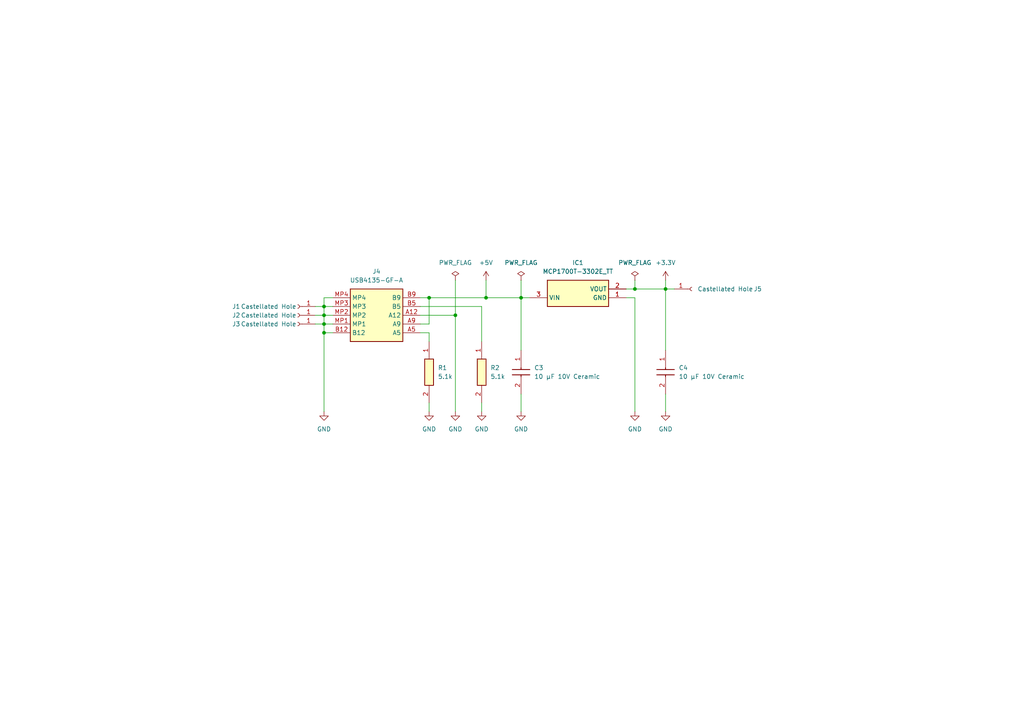
<source format=kicad_sch>
(kicad_sch (version 20230121) (generator eeschema)
  (paper "A4")
  (title_block (title "Egg_LDO_250") (date "2024-01-21") (rev "1.3.3") (company "github.com/plaenkler"))
  (lib_symbols
    (symbol "Connector:Conn_01x01_Socket" (pin_names (offset 1.016) hide)
      (property "Reference" "J" (at 0 2.54 0))
      (property "Value" "Conn_01x01_Socket" (at 0 -2.54 0))
      (symbol "Conn_01x01_Socket_1_1"
        (polyline (pts (xy -1.27 0) (xy -0.508 0)) (stroke (width 0.1524)))
        (arc (start 0 0.508) (mid -0.5058 0) (end 0 -0.508) (stroke (width 0.1524)))
        (pin passive line (at -5.08 0 0) (length 3.81) (name "Pin_1") (number "1"))
      )
    )
    (symbol "SamacSys_Parts:C0603C106M8PAC7411" (pin_names hide)
      (property "Reference" "C" (at 8.89 6.35 0))
      (property "Value" "C0603C106M8PAC7411" (at 8.89 3.81 0))
      (symbol "C0603C106M8PAC7411_1_1"
        (polyline (pts (xy 5.08 0) (xy 5.588 0)) (stroke (width 0.254)))
        (polyline (pts (xy 5.588 2.54) (xy 5.588 -2.54)) (stroke (width 0.254)))
        (polyline (pts (xy 7.112 0) (xy 7.62 0)) (stroke (width 0.254)))
        (polyline (pts (xy 7.112 2.54) (xy 7.112 -2.54)) (stroke (width 0.254)))
        (pin passive line (at 0 0 0) (length 5.08) (name "1") (number "1"))
        (pin passive line (at 12.7 0 180) (length 5.08) (name "2") (number "2"))
      )
    )
    (symbol "SamacSys_Parts:ERJ-UP3J512V" (pin_names hide)
      (property "Reference" "R" (at 13.97 6.35 0))
      (property "Value" "ERJ-UP3J512V" (at 13.97 3.81 0))
      (symbol "ERJ-UP3J512V_1_1"
        (rectangle (start 5.08 1.27) (end 12.7 -1.27) (stroke (width 0.254)) (fill (type background)))
        (pin passive line (at 0 0 0) (length 5.08) (name "1") (number "1"))
        (pin passive line (at 17.78 0 180) (length 5.08) (name "2") (number "2"))
      )
    )
    (symbol "SamacSys_Parts:MCP1700T-3302E_TT"
      (property "Reference" "IC" (at 24.13 7.62 0))
      (property "Value" "MCP1700T-3302E_TT" (at 24.13 5.08 0))
      (symbol "MCP1700T-3302E_TT_1_1"
        (rectangle (start 5.08 2.54) (end 22.86 -5.08) (stroke (width 0.254)) (fill (type background)))
        (pin passive line (at 0 0 0) (length 5.08) (name "GND") (number "1"))
        (pin passive line (at 0 -2.54 0) (length 5.08) (name "VOUT") (number "2"))
        (pin passive line (at 27.94 0 180) (length 5.08) (name "VIN") (number "3"))
      )
    )
    (symbol "SamacSys_Parts:USB4135-GF-A"
      (property "Reference" "J" (at 21.59 7.62 0))
      (property "Value" "USB4135-GF-A" (at 21.59 5.08 0))
      (symbol "USB4135-GF-A_1_1"
        (rectangle (start 5.08 2.54) (end 20.32 -12.7) (stroke (width 0.254)) (fill (type background)))
        (pin passive line (at 0 -5.08 0) (length 5.08) (name "A12") (number "A12"))
        (pin passive line (at 0 0 0) (length 5.08) (name "A5") (number "A5"))
        (pin passive line (at 0 -2.54 0) (length 5.08) (name "A9") (number "A9"))
        (pin passive line (at 25.4 0 180) (length 5.08) (name "B12") (number "B12"))
        (pin passive line (at 0 -7.62 0) (length 5.08) (name "B5") (number "B5"))
        (pin passive line (at 0 -10.16 0) (length 5.08) (name "B9") (number "B9"))
        (pin passive line (at 25.4 -2.54 180) (length 5.08) (name "MP1") (number "MP1"))
        (pin passive line (at 25.4 -5.08 180) (length 5.08) (name "MP2") (number "MP2"))
        (pin passive line (at 25.4 -7.62 180) (length 5.08) (name "MP3") (number "MP3"))
        (pin passive line (at 25.4 -10.16 180) (length 5.08) (name "MP4") (number "MP4"))
      )
    )
    (symbol "power:+3.3V" (power) (pin_names (offset 0))
      (property "Value" "+3.3V" (at 0 3.556 0))
      (symbol "+3.3V_0_1"
        (polyline (pts (xy -0.762 1.27) (xy 0 2.54)))
        (polyline (pts (xy 0 0) (xy 0 2.54)))
        (polyline (pts (xy 0 2.54) (xy 0.762 1.27)))
      )
      (symbol "+3.3V_1_1"
        (pin power_in line (at 0 0 90) (length 0) hide (name "+3.3V") (number "1"))
      )
    )
    (symbol "power:+5V" (power) (pin_names (offset 0))
      (property "Value" "+5V" (at 0 3.556 0))
      (symbol "+5V_0_1"
        (polyline (pts (xy -0.762 1.27) (xy 0 2.54)))
        (polyline (pts (xy 0 0) (xy 0 2.54)))
        (polyline (pts (xy 0 2.54) (xy 0.762 1.27)))
      )
      (symbol "+5V_1_1"
        (pin power_in line (at 0 0 90) (length 0) hide (name "+5V") (number "1"))
      )
    )
    (symbol "power:GND" (power) (pin_names (offset 0))
      (property "Value" "GND" (at 0 -3.81 0))
      (symbol "GND_0_1"
        (polyline (pts (xy 0 0) (xy 0 -1.27) (xy 1.27 -1.27) (xy 0 -2.54) (xy -1.27 -1.27) (xy 0 -1.27)))
      )
      (symbol "GND_1_1"
        (pin power_in line (at 0 0 270) (length 0) hide (name "GND") (number "1"))
      )
    )
    (symbol "power:PWR_FLAG" (power) (pin_numbers hide) (pin_names (offset 0) hide)
      (property "Value" "PWR_FLAG" (at 0 3.81 0))
      (symbol "PWR_FLAG_0_0"
        (pin power_out line (at 0 0 90) (length 0) (name "pwr") (number "1"))
      )
      (symbol "PWR_FLAG_0_1"
        (polyline (pts (xy 0 0) (xy 0 1.27) (xy -1.016 1.905) (xy 0 2.54) (xy 1.016 1.905) (xy 0 1.27)))
      )
    )
  )
  (junction (at 93.98 88.9))
  (junction (at 140.97 86.36))
  (junction (at 184.15 83.82))
  (junction (at 193.04 83.82))
  (junction (at 93.98 93.98))
  (junction (at 151.13 86.36))
  (junction (at 124.46 86.36))
  (junction (at 93.98 91.44))
  (junction (at 93.98 96.52))
  (junction (at 132.08 91.44))
  (wire (pts (xy 124.46 86.36) (xy 140.97 86.36)))
  (wire (pts (xy 151.13 81.28) (xy 151.13 86.36)))
  (wire (pts (xy 93.98 93.98) (xy 96.52 93.98)))
  (wire (pts (xy 184.15 86.36) (xy 184.15 119.38)))
  (wire (pts (xy 91.44 93.98) (xy 93.98 93.98)))
  (wire (pts (xy 184.15 83.82) (xy 193.04 83.82)))
  (wire (pts (xy 121.92 96.52) (xy 124.46 96.52)))
  (wire (pts (xy 121.92 88.9) (xy 139.7 88.9)))
  (wire (pts (xy 151.13 114.3) (xy 151.13 119.38)))
  (wire (pts (xy 121.92 91.44) (xy 132.08 91.44)))
  (wire (pts (xy 193.04 81.28) (xy 193.04 83.82)))
  (wire (pts (xy 93.98 91.44) (xy 93.98 93.98)))
  (wire (pts (xy 93.98 91.44) (xy 96.52 91.44)))
  (wire (pts (xy 121.92 86.36) (xy 124.46 86.36)))
  (wire (pts (xy 193.04 83.82) (xy 193.04 101.6)))
  (wire (pts (xy 132.08 91.44) (xy 132.08 119.38)))
  (wire (pts (xy 93.98 93.98) (xy 93.98 96.52)))
  (wire (pts (xy 93.98 88.9) (xy 96.52 88.9)))
  (wire (pts (xy 93.98 96.52) (xy 96.52 96.52)))
  (wire (pts (xy 132.08 81.28) (xy 132.08 91.44)))
  (wire (pts (xy 93.98 96.52) (xy 93.98 119.38)))
  (wire (pts (xy 181.61 83.82) (xy 184.15 83.82)))
  (wire (pts (xy 124.46 96.52) (xy 124.46 99.06)))
  (wire (pts (xy 151.13 86.36) (xy 153.67 86.36)))
  (wire (pts (xy 91.44 91.44) (xy 93.98 91.44)))
  (wire (pts (xy 140.97 86.36) (xy 151.13 86.36)))
  (wire (pts (xy 124.46 116.84) (xy 124.46 119.38)))
  (wire (pts (xy 151.13 86.36) (xy 151.13 101.6)))
  (wire (pts (xy 121.92 93.98) (xy 124.46 93.98)))
  (wire (pts (xy 181.61 86.36) (xy 184.15 86.36)))
  (wire (pts (xy 193.04 114.3) (xy 193.04 119.38)))
  (wire (pts (xy 193.04 83.82) (xy 195.58 83.82)))
  (wire (pts (xy 91.44 88.9) (xy 93.98 88.9)))
  (wire (pts (xy 124.46 86.36) (xy 124.46 93.98)))
  (wire (pts (xy 139.7 116.84) (xy 139.7 119.38)))
  (wire (pts (xy 93.98 88.9) (xy 93.98 91.44)))
  (wire (pts (xy 140.97 81.28) (xy 140.97 86.36)))
  (wire (pts (xy 93.98 86.36) (xy 93.98 88.9)))
  (wire (pts (xy 184.15 81.28) (xy 184.15 83.82)))
  (wire (pts (xy 96.52 86.36) (xy 93.98 86.36)))
  (wire (pts (xy 139.7 88.9) (xy 139.7 99.06)))
  (symbol (lib_id "power:GND") (at 124.46 119.38 0) (unit 1)
    (property "Reference" "#PWR08" (effects hide))
    (property "Value" "GND" (at 124.46 124.46 0))
  )
  (symbol (lib_id "SamacSys_Parts:ERJ-UP3J512V") (at 124.46 99.06 270) (unit 1)
    (property "Reference" "R1" (at 127 106.68 90) (effects (justify left)))
    (property "Value" "5.1k" (at 127 109.22 90) (effects (justify left)))
    (property "Footprint" "ERJUP3" (effects hide))
    (property "Datasheet" "https://industrial.panasonic.com/cdbs/www-data/pdf/RDP0000/AOA0000C337.pdf" (effects hide))
    (property "Height" "0.55" (effects hide))
    (property "Mouser Part Number" "667-ERJ-UP3J512V" (effects hide))
    (property "Mouser Price/Stock" "https://www.mouser.co.uk/ProductDetail/Panasonic/ERJ-UP3J512V?qs=GedFDFLaBXHjTKcVkCAP1g%3D%3D" (effects hide))
    (property "Manufacturer_Name" "Panasonic" (effects hide))
    (property "Manufacturer_Part_Number" "ERJ-UP3J512V" (effects hide))
  )
  (symbol (lib_id "power:GND") (at 132.08 119.38 0) (unit 1)
    (property "Reference" "#PWR07" (effects hide))
    (property "Value" "GND" (at 132.08 124.46 0))
  )
  (symbol (lib_id "power:PWR_FLAG") (at 184.15 81.28 0) (unit 1)
    (property "Reference" "#FLG02" (effects hide))
    (property "Value" "PWR_FLAG" (at 184.15 76.2 0))
  )
  (symbol (lib_id "power:GND") (at 139.7 119.38 0) (unit 1)
    (property "Reference" "#PWR09" (effects hide))
    (property "Value" "GND" (at 139.7 124.46 0))
  )
  (symbol (lib_id "SamacSys_Parts:ERJ-UP3J512V") (at 139.7 99.06 270) (unit 1)
    (property "Reference" "R2" (at 142.24 106.68 90) (effects (justify left)))
    (property "Value" "5.1k" (at 142.24 109.22 90) (effects (justify left)))
    (property "Footprint" "ERJUP3" (effects hide))
    (property "Datasheet" "https://industrial.panasonic.com/cdbs/www-data/pdf/RDP0000/AOA0000C337.pdf" (effects hide))
    (property "Height" "0.55" (effects hide))
    (property "Mouser Part Number" "667-ERJ-UP3J512V" (effects hide))
    (property "Mouser Price/Stock" "https://www.mouser.co.uk/ProductDetail/Panasonic/ERJ-UP3J512V?qs=GedFDFLaBXHjTKcVkCAP1g%3D%3D" (effects hide))
    (property "Manufacturer_Name" "Panasonic" (effects hide))
    (property "Manufacturer_Part_Number" "ERJ-UP3J512V" (effects hide))
  )
  (symbol (lib_id "power:+3.3V") (at 193.04 81.28 0) (unit 1)
    (property "Reference" "#PWR05" (effects hide))
    (property "Value" "+3.3V" (at 193.04 76.2 0))
  )
  (symbol (lib_id "SamacSys_Parts:MCP1700T-3302E_TT") (at 181.61 86.36 180) (unit 1)
    (property "Reference" "IC1" (at 167.64 76.2 0))
    (property "Value" "MCP1700T-3302E_TT" (at 167.64 78.74 0))
    (property "Footprint" "SOT95P237X112-3N" (effects hide))
    (property "Datasheet" "https://datasheet.datasheetarchive.com/originals/distributors/SFDatasheet-4/sf-00090030.pdf" (effects hide))
    (property "Height" "1.12" (effects hide))
    (property "Mouser Part Number" "579-MCP1700T3302E/TT" (effects hide))
    (property "Mouser Price/Stock" "https://www.mouser.co.uk/ProductDetail/Microchip-Technology/MCP1700T-3302E-TT?qs=fM4xO01eazPmCNDrdHEdaw%3D%3D" (effects hide))
    (property "Manufacturer_Name" "Microchip" (effects hide))
    (property "Manufacturer_Part_Number" "MCP1700T-3302E/TT" (effects hide))
  )
  (symbol (lib_id "power:PWR_FLAG") (at 151.13 81.28 0) (unit 1)
    (property "Reference" "#FLG01" (effects hide))
    (property "Value" "PWR_FLAG" (at 151.13 76.2 0))
  )
  (symbol (lib_id "Connector:Conn_01x01_Socket") (at 86.36 91.44 180) (unit 1)
    (property "Reference" "J2" (at 67.31 91.44 0) (effects (justify right)))
    (property "Value" "Castellated Hole" (at 69.85 91.44 0) (effects (justify right)))
    (property "Footprint" "Connector_PinHeader_2.54mm:PinHeader_1x01_P2.54mm_Vertical" (effects hide))
  )
  (symbol (lib_id "power:GND") (at 193.04 119.38 0) (unit 1)
    (property "Reference" "#PWR04" (effects hide))
    (property "Value" "GND" (at 193.04 124.46 0))
  )
  (symbol (lib_id "power:GND") (at 151.13 119.38 0) (unit 1)
    (property "Reference" "#PWR02" (effects hide))
    (property "Value" "GND" (at 151.13 124.46 0))
  )
  (symbol (lib_id "power:GND") (at 184.15 119.38 0) (unit 1)
    (property "Reference" "#PWR03" (effects hide))
    (property "Value" "GND" (at 184.15 124.46 0))
  )
  (symbol (lib_id "power:+5V") (at 140.97 81.28 0) (unit 1)
    (property "Reference" "#PWR01" (effects hide))
    (property "Value" "+5V" (at 140.97 76.2 0))
  )
  (symbol (lib_id "Connector:Conn_01x01_Socket") (at 200.66 83.82 0) (unit 1)
    (property "Reference" "J5" (at 220.98 83.82 0) (effects (justify right)))
    (property "Value" "Castellated Hole" (at 218.44 83.82 0) (effects (justify right)))
    (property "Footprint" "Connector_PinHeader_2.54mm:PinHeader_1x01_P2.54mm_Vertical" (effects hide))
  )
  (symbol (lib_id "power:PWR_FLAG") (at 132.08 81.28 0) (unit 1)
    (property "Reference" "#FLG03" (effects hide))
    (property "Value" "PWR_FLAG" (at 132.08 76.2 0))
  )
  (symbol (lib_id "Connector:Conn_01x01_Socket") (at 86.36 88.9 180) (unit 1)
    (property "Reference" "J1" (at 67.31 88.9 0) (effects (justify right)))
    (property "Value" "Castellated Hole" (at 69.85 88.9 0) (effects (justify right)))
    (property "Footprint" "Connector_PinHeader_2.54mm:PinHeader_1x01_P2.54mm_Vertical" (effects hide))
  )
  (symbol (lib_id "SamacSys_Parts:USB4135-GF-A") (at 121.92 96.52 180) (unit 1)
    (property "Reference" "J4" (at 109.22 78.74 0))
    (property "Value" "USB4135-GF-A" (at 109.22 81.28 0))
    (property "Footprint" "USB4135GFA" (effects hide))
    (property "Datasheet" "https://www.mouser.de/datasheet/2/837/usb4135-2930399.pdf" (effects hide))
    (property "Height" "3.5" (effects hide))
    (property "Mouser Part Number" "640-USB4135-GF-A" (effects hide))
    (property "Mouser Price/Stock" "https://www.mouser.co.uk/ProductDetail/GCT/USB4135-GF-A?qs=Li%252BoUPsLEnt6HRo6RUvaXA%3D%3D" (effects hide))
    (property "Manufacturer_Name" "GCT (GLOBAL CONNECTOR TECHNOLOGY)" (effects hide))
    (property "Manufacturer_Part_Number" "USB4135-GF-A" (effects hide))
  )
  (symbol (lib_id "SamacSys_Parts:C0603C106M8PAC7411") (at 193.04 101.6 270) (unit 1)
    (property "Reference" "C4" (at 196.85 106.68 90) (effects (justify left)))
    (property "Value" "10 μF 10V Ceramic" (at 196.85 109.22 90) (effects (justify left)))
    (property "Footprint" "C0603" (effects hide))
    (property "Datasheet" "https://content.kemet.com/datasheets/KEM_C1006_X5R_SMD.pdf" (effects hide))
    (property "Height" "0.87" (effects hide))
    (property "Mouser Part Number" "80-C0603C106M8PLR" (effects hide))
    (property "Mouser Price/Stock" "https://www.mouser.co.uk/ProductDetail/KEMET/C0603C106M8PAC7411?qs=u4fy%2FsgLU9O92fkz0XEZeg%3D%3D" (effects hide))
    (property "Manufacturer_Name" "KEMET" (effects hide))
    (property "Manufacturer_Part_Number" "C0603C106M8PAC7411" (effects hide))
  )
  (symbol (lib_id "power:GND") (at 93.98 119.38 0) (unit 1)
    (property "Reference" "#PWR06" (effects hide))
    (property "Value" "GND" (at 93.98 124.46 0))
  )
  (symbol (lib_id "SamacSys_Parts:C0603C106M8PAC7411") (at 151.13 101.6 270) (unit 1)
    (property "Reference" "C3" (at 154.94 106.68 90) (effects (justify left)))
    (property "Value" "10 μF 10V Ceramic" (at 154.94 109.22 90) (effects (justify left)))
    (property "Footprint" "C0603" (effects hide))
    (property "Datasheet" "https://content.kemet.com/datasheets/KEM_C1006_X5R_SMD.pdf" (effects hide))
    (property "Height" "0.87" (effects hide))
    (property "Mouser Part Number" "80-C0603C106M8PLR" (effects hide))
    (property "Mouser Price/Stock" "https://www.mouser.co.uk/ProductDetail/KEMET/C0603C106M8PAC7411?qs=u4fy%2FsgLU9O92fkz0XEZeg%3D%3D" (effects hide))
    (property "Manufacturer_Name" "KEMET" (effects hide))
    (property "Manufacturer_Part_Number" "C0603C106M8PAC7411" (effects hide))
  )
  (symbol (lib_id "Connector:Conn_01x01_Socket") (at 86.36 93.98 180) (unit 1)
    (property "Reference" "J3" (at 67.31 93.98 0) (effects (justify right)))
    (property "Value" "Castellated Hole" (at 69.85 93.98 0) (effects (justify right)))
    (property "Footprint" "Connector_PinHeader_2.54mm:PinHeader_1x01_P2.54mm_Vertical" (effects hide))
  )
)
</source>
